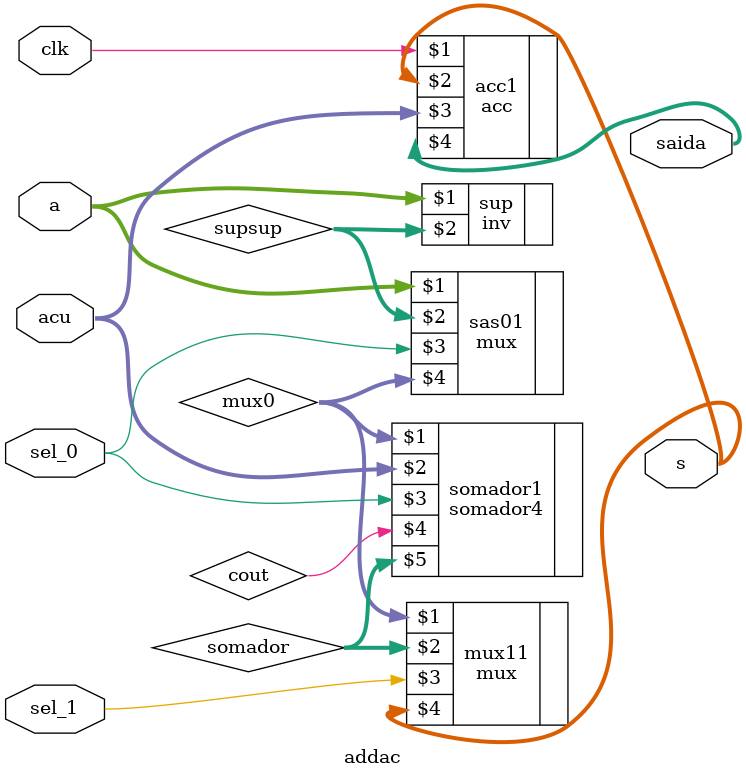
<source format=sv>
module addac(input logic sel_0, input logic sel_1, input logic [3:0] a, input logic [3:0]acu, input logic clk,output logic [3:0]s, output logic [3:0] saida);

 logic [3:0] mux0, mux1, somador, supsup;
 logic cout;
 inv sup(a, supsup );
 mux sas01(a, supsup, sel_0, mux0);
 somador4 somador1(mux0, acu, sel_0, cout, somador);
 mux mux11(mux0, somador, sel_1, s);

 acc acc1(clk, s, acu, saida);
 
 endmodule 
</source>
